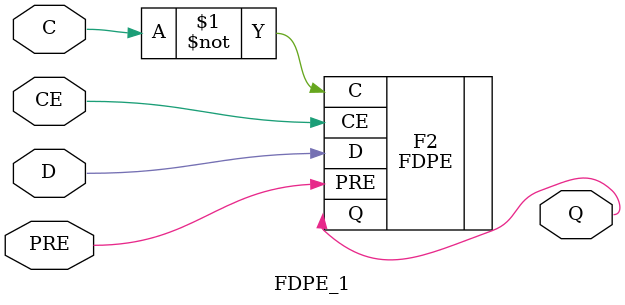
<source format=v>


`timescale  1 ps / 1 ps

module FDPE_1 (Q, C, CE, D, PRE);

    parameter [0:0] INIT = 1'b1;

    output Q;

    input  C,  CE, D, PRE;

    wire Q;

    FDPE #(.INIT(INIT)) F2 (.Q(Q), .C(~C), .CE(CE), .D(D), .PRE(PRE));

endmodule


</source>
